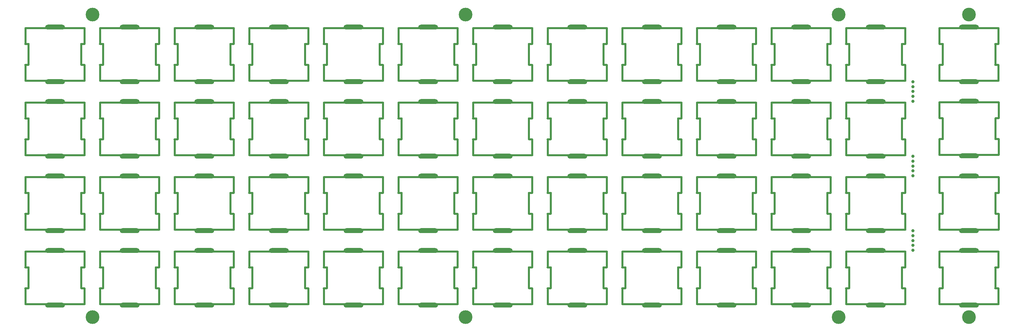
<source format=gbr>
G04 #@! TF.GenerationSoftware,KiCad,Pcbnew,(5.1.10-1-10_14)*
G04 #@! TF.CreationDate,2021-08-16T22:35:20-05:00*
G04 #@! TF.ProjectId,ori_top_plate,6f72695f-746f-4705-9f70-6c6174652e6b,rev?*
G04 #@! TF.SameCoordinates,Original*
G04 #@! TF.FileFunction,Soldermask,Top*
G04 #@! TF.FilePolarity,Negative*
%FSLAX46Y46*%
G04 Gerber Fmt 4.6, Leading zero omitted, Abs format (unit mm)*
G04 Created by KiCad (PCBNEW (5.1.10-1-10_14)) date 2021-08-16 22:35:20*
%MOMM*%
%LPD*%
G01*
G04 APERTURE LIST*
%ADD10O,1.333500X0.508000*%
%ADD11O,5.080000X1.270000*%
%ADD12O,0.508000X5.842000*%
%ADD13O,0.508000X4.572000*%
%ADD14O,15.595600X0.508000*%
%ADD15C,0.800000*%
%ADD16C,3.500000*%
G04 APERTURE END LIST*
D10*
X396479760Y-109823700D03*
X382192260Y-109823700D03*
X396479760Y-104489700D03*
X382192260Y-104489700D03*
D11*
X389336010Y-114141700D03*
X389336010Y-100171700D03*
D12*
X382605010Y-107156700D03*
X396067010Y-107156700D03*
D13*
X381779510Y-111855700D03*
X396892510Y-111855700D03*
X396892510Y-102457700D03*
X381779510Y-102457700D03*
D14*
X389336010Y-113887700D03*
X389336010Y-100425700D03*
D10*
X396504752Y-90773620D03*
X382217252Y-90773620D03*
X396504752Y-85439620D03*
X382217252Y-85439620D03*
D11*
X389361002Y-95091620D03*
X389361002Y-81121620D03*
D12*
X382630002Y-88106620D03*
X396092002Y-88106620D03*
D13*
X381804502Y-92805620D03*
X396917502Y-92805620D03*
X396917502Y-83407620D03*
X381804502Y-83407620D03*
D14*
X389361002Y-94837620D03*
X389361002Y-81375620D03*
D10*
X396505120Y-71710880D03*
X382217620Y-71710880D03*
X396505120Y-66376880D03*
X382217620Y-66376880D03*
D11*
X389361370Y-76028880D03*
X389361370Y-62058880D03*
D12*
X382630370Y-69043880D03*
X396092370Y-69043880D03*
D13*
X381804870Y-73742880D03*
X396917870Y-73742880D03*
X396917870Y-64344880D03*
X381804870Y-64344880D03*
D14*
X389361370Y-75774880D03*
X389361370Y-62312880D03*
D10*
X396479760Y-52673460D03*
X382192260Y-52673460D03*
X396479760Y-47339460D03*
X382192260Y-47339460D03*
D11*
X389336010Y-56991460D03*
X389336010Y-43021460D03*
D12*
X382605010Y-50006460D03*
X396067010Y-50006460D03*
D13*
X381779510Y-54705460D03*
X396892510Y-54705460D03*
X396892510Y-45307460D03*
X381779510Y-45307460D03*
D14*
X389336010Y-56737460D03*
X389336010Y-43275460D03*
D10*
X372667160Y-109823700D03*
X358379660Y-109823700D03*
X372667160Y-104489700D03*
X358379660Y-104489700D03*
D11*
X365523410Y-114141700D03*
X365523410Y-100171700D03*
D12*
X358792410Y-107156700D03*
X372254410Y-107156700D03*
D13*
X357966910Y-111855700D03*
X373079910Y-111855700D03*
X373079910Y-102457700D03*
X357966910Y-102457700D03*
D14*
X365523410Y-113887700D03*
X365523410Y-100425700D03*
D10*
X353617080Y-109827000D03*
X339329580Y-109827000D03*
X353617080Y-104493000D03*
X339329580Y-104493000D03*
D11*
X346473330Y-114145000D03*
X346473330Y-100175000D03*
D12*
X339742330Y-107160000D03*
X353204330Y-107160000D03*
D13*
X338916830Y-111859000D03*
X354029830Y-111859000D03*
X354029830Y-102461000D03*
X338916830Y-102461000D03*
D14*
X346473330Y-113891000D03*
X346473330Y-100429000D03*
D10*
X334567000Y-109823700D03*
X320279500Y-109823700D03*
X334567000Y-104489700D03*
X320279500Y-104489700D03*
D11*
X327423250Y-114141700D03*
X327423250Y-100171700D03*
D12*
X320692250Y-107156700D03*
X334154250Y-107156700D03*
D13*
X319866750Y-111855700D03*
X334979750Y-111855700D03*
X334979750Y-102457700D03*
X319866750Y-102457700D03*
D14*
X327423250Y-113887700D03*
X327423250Y-100425700D03*
D10*
X315516920Y-109823700D03*
X301229420Y-109823700D03*
X315516920Y-104489700D03*
X301229420Y-104489700D03*
D11*
X308373170Y-114141700D03*
X308373170Y-100171700D03*
D12*
X301642170Y-107156700D03*
X315104170Y-107156700D03*
D13*
X300816670Y-111855700D03*
X315929670Y-111855700D03*
X315929670Y-102457700D03*
X300816670Y-102457700D03*
D14*
X308373170Y-113887700D03*
X308373170Y-100425700D03*
D10*
X296466840Y-109823700D03*
X282179340Y-109823700D03*
X296466840Y-104489700D03*
X282179340Y-104489700D03*
D11*
X289323090Y-114141700D03*
X289323090Y-100171700D03*
D12*
X282592090Y-107156700D03*
X296054090Y-107156700D03*
D13*
X281766590Y-111855700D03*
X296879590Y-111855700D03*
X296879590Y-102457700D03*
X281766590Y-102457700D03*
D14*
X289323090Y-113887700D03*
X289323090Y-100425700D03*
D10*
X277416760Y-109823700D03*
X263129260Y-109823700D03*
X277416760Y-104489700D03*
X263129260Y-104489700D03*
D11*
X270273010Y-114141700D03*
X270273010Y-100171700D03*
D12*
X263542010Y-107156700D03*
X277004010Y-107156700D03*
D13*
X262716510Y-111855700D03*
X277829510Y-111855700D03*
X277829510Y-102457700D03*
X262716510Y-102457700D03*
D14*
X270273010Y-113887700D03*
X270273010Y-100425700D03*
D10*
X258366680Y-109823700D03*
X244079180Y-109823700D03*
X258366680Y-104489700D03*
X244079180Y-104489700D03*
D11*
X251222930Y-114141700D03*
X251222930Y-100171700D03*
D12*
X244491930Y-107156700D03*
X257953930Y-107156700D03*
D13*
X243666430Y-111855700D03*
X258779430Y-111855700D03*
X258779430Y-102457700D03*
X243666430Y-102457700D03*
D14*
X251222930Y-113887700D03*
X251222930Y-100425700D03*
D10*
X239316600Y-109823700D03*
X225029100Y-109823700D03*
X239316600Y-104489700D03*
X225029100Y-104489700D03*
D11*
X232172850Y-114141700D03*
X232172850Y-100171700D03*
D12*
X225441850Y-107156700D03*
X238903850Y-107156700D03*
D13*
X224616350Y-111855700D03*
X239729350Y-111855700D03*
X239729350Y-102457700D03*
X224616350Y-102457700D03*
D14*
X232172850Y-113887700D03*
X232172850Y-100425700D03*
D10*
X220266520Y-109823700D03*
X205979020Y-109823700D03*
X220266520Y-104489700D03*
X205979020Y-104489700D03*
D11*
X213122770Y-114141700D03*
X213122770Y-100171700D03*
D12*
X206391770Y-107156700D03*
X219853770Y-107156700D03*
D13*
X205566270Y-111855700D03*
X220679270Y-111855700D03*
X220679270Y-102457700D03*
X205566270Y-102457700D03*
D14*
X213122770Y-113887700D03*
X213122770Y-100425700D03*
D10*
X201216440Y-109823700D03*
X186928940Y-109823700D03*
X201216440Y-104489700D03*
X186928940Y-104489700D03*
D11*
X194072690Y-114141700D03*
X194072690Y-100171700D03*
D12*
X187341690Y-107156700D03*
X200803690Y-107156700D03*
D13*
X186516190Y-111855700D03*
X201629190Y-111855700D03*
X201629190Y-102457700D03*
X186516190Y-102457700D03*
D14*
X194072690Y-113887700D03*
X194072690Y-100425700D03*
D10*
X182166360Y-109823700D03*
X167878860Y-109823700D03*
X182166360Y-104489700D03*
X167878860Y-104489700D03*
D11*
X175022610Y-114141700D03*
X175022610Y-100171700D03*
D12*
X168291610Y-107156700D03*
X181753610Y-107156700D03*
D13*
X167466110Y-111855700D03*
X182579110Y-111855700D03*
X182579110Y-102457700D03*
X167466110Y-102457700D03*
D14*
X175022610Y-113887700D03*
X175022610Y-100425700D03*
D10*
X163116280Y-109823700D03*
X148828780Y-109823700D03*
X163116280Y-104489700D03*
X148828780Y-104489700D03*
D11*
X155972530Y-114141700D03*
X155972530Y-100171700D03*
D12*
X149241530Y-107156700D03*
X162703530Y-107156700D03*
D13*
X148416030Y-111855700D03*
X163529030Y-111855700D03*
X163529030Y-102457700D03*
X148416030Y-102457700D03*
D14*
X155972530Y-113887700D03*
X155972530Y-100425700D03*
D10*
X372667160Y-90773620D03*
X358379660Y-90773620D03*
X372667160Y-85439620D03*
X358379660Y-85439620D03*
D11*
X365523410Y-95091620D03*
X365523410Y-81121620D03*
D12*
X358792410Y-88106620D03*
X372254410Y-88106620D03*
D13*
X357966910Y-92805620D03*
X373079910Y-92805620D03*
X373079910Y-83407620D03*
X357966910Y-83407620D03*
D14*
X365523410Y-94837620D03*
X365523410Y-81375620D03*
D10*
X353617080Y-90773620D03*
X339329580Y-90773620D03*
X353617080Y-85439620D03*
X339329580Y-85439620D03*
D11*
X346473330Y-95091620D03*
X346473330Y-81121620D03*
D12*
X339742330Y-88106620D03*
X353204330Y-88106620D03*
D13*
X338916830Y-92805620D03*
X354029830Y-92805620D03*
X354029830Y-83407620D03*
X338916830Y-83407620D03*
D14*
X346473330Y-94837620D03*
X346473330Y-81375620D03*
D10*
X334567000Y-90773620D03*
X320279500Y-90773620D03*
X334567000Y-85439620D03*
X320279500Y-85439620D03*
D11*
X327423250Y-95091620D03*
X327423250Y-81121620D03*
D12*
X320692250Y-88106620D03*
X334154250Y-88106620D03*
D13*
X319866750Y-92805620D03*
X334979750Y-92805620D03*
X334979750Y-83407620D03*
X319866750Y-83407620D03*
D14*
X327423250Y-94837620D03*
X327423250Y-81375620D03*
D10*
X315516920Y-90773620D03*
X301229420Y-90773620D03*
X315516920Y-85439620D03*
X301229420Y-85439620D03*
D11*
X308373170Y-95091620D03*
X308373170Y-81121620D03*
D12*
X301642170Y-88106620D03*
X315104170Y-88106620D03*
D13*
X300816670Y-92805620D03*
X315929670Y-92805620D03*
X315929670Y-83407620D03*
X300816670Y-83407620D03*
D14*
X308373170Y-94837620D03*
X308373170Y-81375620D03*
D10*
X296466840Y-90773620D03*
X282179340Y-90773620D03*
X296466840Y-85439620D03*
X282179340Y-85439620D03*
D11*
X289323090Y-95091620D03*
X289323090Y-81121620D03*
D12*
X282592090Y-88106620D03*
X296054090Y-88106620D03*
D13*
X281766590Y-92805620D03*
X296879590Y-92805620D03*
X296879590Y-83407620D03*
X281766590Y-83407620D03*
D14*
X289323090Y-94837620D03*
X289323090Y-81375620D03*
D10*
X277416760Y-90773620D03*
X263129260Y-90773620D03*
X277416760Y-85439620D03*
X263129260Y-85439620D03*
D11*
X270273010Y-95091620D03*
X270273010Y-81121620D03*
D12*
X263542010Y-88106620D03*
X277004010Y-88106620D03*
D13*
X262716510Y-92805620D03*
X277829510Y-92805620D03*
X277829510Y-83407620D03*
X262716510Y-83407620D03*
D14*
X270273010Y-94837620D03*
X270273010Y-81375620D03*
D10*
X258366680Y-90773620D03*
X244079180Y-90773620D03*
X258366680Y-85439620D03*
X244079180Y-85439620D03*
D11*
X251222930Y-95091620D03*
X251222930Y-81121620D03*
D12*
X244491930Y-88106620D03*
X257953930Y-88106620D03*
D13*
X243666430Y-92805620D03*
X258779430Y-92805620D03*
X258779430Y-83407620D03*
X243666430Y-83407620D03*
D14*
X251222930Y-94837620D03*
X251222930Y-81375620D03*
D10*
X239316600Y-90773620D03*
X225029100Y-90773620D03*
X239316600Y-85439620D03*
X225029100Y-85439620D03*
D11*
X232172850Y-95091620D03*
X232172850Y-81121620D03*
D12*
X225441850Y-88106620D03*
X238903850Y-88106620D03*
D13*
X224616350Y-92805620D03*
X239729350Y-92805620D03*
X239729350Y-83407620D03*
X224616350Y-83407620D03*
D14*
X232172850Y-94837620D03*
X232172850Y-81375620D03*
D10*
X220266520Y-90773620D03*
X205979020Y-90773620D03*
X220266520Y-85439620D03*
X205979020Y-85439620D03*
D11*
X213122770Y-95091620D03*
X213122770Y-81121620D03*
D12*
X206391770Y-88106620D03*
X219853770Y-88106620D03*
D13*
X205566270Y-92805620D03*
X220679270Y-92805620D03*
X220679270Y-83407620D03*
X205566270Y-83407620D03*
D14*
X213122770Y-94837620D03*
X213122770Y-81375620D03*
D10*
X201216440Y-90773620D03*
X186928940Y-90773620D03*
X201216440Y-85439620D03*
X186928940Y-85439620D03*
D11*
X194072690Y-95091620D03*
X194072690Y-81121620D03*
D12*
X187341690Y-88106620D03*
X200803690Y-88106620D03*
D13*
X186516190Y-92805620D03*
X201629190Y-92805620D03*
X201629190Y-83407620D03*
X186516190Y-83407620D03*
D14*
X194072690Y-94837620D03*
X194072690Y-81375620D03*
D10*
X182166360Y-90773620D03*
X167878860Y-90773620D03*
X182166360Y-85439620D03*
X167878860Y-85439620D03*
D11*
X175022610Y-95091620D03*
X175022610Y-81121620D03*
D12*
X168291610Y-88106620D03*
X181753610Y-88106620D03*
D13*
X167466110Y-92805620D03*
X182579110Y-92805620D03*
X182579110Y-83407620D03*
X167466110Y-83407620D03*
D14*
X175022610Y-94837620D03*
X175022610Y-81375620D03*
D10*
X163116280Y-90773620D03*
X148828780Y-90773620D03*
X163116280Y-85439620D03*
X148828780Y-85439620D03*
D11*
X155972530Y-95091620D03*
X155972530Y-81121620D03*
D12*
X149241530Y-88106620D03*
X162703530Y-88106620D03*
D13*
X148416030Y-92805620D03*
X163529030Y-92805620D03*
X163529030Y-83407620D03*
X148416030Y-83407620D03*
D14*
X155972530Y-94837620D03*
X155972530Y-81375620D03*
D10*
X372667160Y-71723540D03*
X358379660Y-71723540D03*
X372667160Y-66389540D03*
X358379660Y-66389540D03*
D11*
X365523410Y-76041540D03*
X365523410Y-62071540D03*
D12*
X358792410Y-69056540D03*
X372254410Y-69056540D03*
D13*
X357966910Y-73755540D03*
X373079910Y-73755540D03*
X373079910Y-64357540D03*
X357966910Y-64357540D03*
D14*
X365523410Y-75787540D03*
X365523410Y-62325540D03*
D10*
X353617080Y-71723540D03*
X339329580Y-71723540D03*
X353617080Y-66389540D03*
X339329580Y-66389540D03*
D11*
X346473330Y-76041540D03*
X346473330Y-62071540D03*
D12*
X339742330Y-69056540D03*
X353204330Y-69056540D03*
D13*
X338916830Y-73755540D03*
X354029830Y-73755540D03*
X354029830Y-64357540D03*
X338916830Y-64357540D03*
D14*
X346473330Y-75787540D03*
X346473330Y-62325540D03*
D10*
X334567000Y-71723540D03*
X320279500Y-71723540D03*
X334567000Y-66389540D03*
X320279500Y-66389540D03*
D11*
X327423250Y-76041540D03*
X327423250Y-62071540D03*
D12*
X320692250Y-69056540D03*
X334154250Y-69056540D03*
D13*
X319866750Y-73755540D03*
X334979750Y-73755540D03*
X334979750Y-64357540D03*
X319866750Y-64357540D03*
D14*
X327423250Y-75787540D03*
X327423250Y-62325540D03*
D10*
X315516920Y-71723540D03*
X301229420Y-71723540D03*
X315516920Y-66389540D03*
X301229420Y-66389540D03*
D11*
X308373170Y-76041540D03*
X308373170Y-62071540D03*
D12*
X301642170Y-69056540D03*
X315104170Y-69056540D03*
D13*
X300816670Y-73755540D03*
X315929670Y-73755540D03*
X315929670Y-64357540D03*
X300816670Y-64357540D03*
D14*
X308373170Y-75787540D03*
X308373170Y-62325540D03*
D10*
X296466840Y-71723540D03*
X282179340Y-71723540D03*
X296466840Y-66389540D03*
X282179340Y-66389540D03*
D11*
X289323090Y-76041540D03*
X289323090Y-62071540D03*
D12*
X282592090Y-69056540D03*
X296054090Y-69056540D03*
D13*
X281766590Y-73755540D03*
X296879590Y-73755540D03*
X296879590Y-64357540D03*
X281766590Y-64357540D03*
D14*
X289323090Y-75787540D03*
X289323090Y-62325540D03*
D10*
X277416760Y-71723540D03*
X263129260Y-71723540D03*
X277416760Y-66389540D03*
X263129260Y-66389540D03*
D11*
X270273010Y-76041540D03*
X270273010Y-62071540D03*
D12*
X263542010Y-69056540D03*
X277004010Y-69056540D03*
D13*
X262716510Y-73755540D03*
X277829510Y-73755540D03*
X277829510Y-64357540D03*
X262716510Y-64357540D03*
D14*
X270273010Y-75787540D03*
X270273010Y-62325540D03*
D10*
X258366680Y-71723540D03*
X244079180Y-71723540D03*
X258366680Y-66389540D03*
X244079180Y-66389540D03*
D11*
X251222930Y-76041540D03*
X251222930Y-62071540D03*
D12*
X244491930Y-69056540D03*
X257953930Y-69056540D03*
D13*
X243666430Y-73755540D03*
X258779430Y-73755540D03*
X258779430Y-64357540D03*
X243666430Y-64357540D03*
D14*
X251222930Y-75787540D03*
X251222930Y-62325540D03*
D10*
X239316600Y-71723540D03*
X225029100Y-71723540D03*
X239316600Y-66389540D03*
X225029100Y-66389540D03*
D11*
X232172850Y-76041540D03*
X232172850Y-62071540D03*
D12*
X225441850Y-69056540D03*
X238903850Y-69056540D03*
D13*
X224616350Y-73755540D03*
X239729350Y-73755540D03*
X239729350Y-64357540D03*
X224616350Y-64357540D03*
D14*
X232172850Y-75787540D03*
X232172850Y-62325540D03*
D10*
X220266520Y-71723540D03*
X205979020Y-71723540D03*
X220266520Y-66389540D03*
X205979020Y-66389540D03*
D11*
X213122770Y-76041540D03*
X213122770Y-62071540D03*
D12*
X206391770Y-69056540D03*
X219853770Y-69056540D03*
D13*
X205566270Y-73755540D03*
X220679270Y-73755540D03*
X220679270Y-64357540D03*
X205566270Y-64357540D03*
D14*
X213122770Y-75787540D03*
X213122770Y-62325540D03*
D10*
X201216440Y-71723540D03*
X186928940Y-71723540D03*
X201216440Y-66389540D03*
X186928940Y-66389540D03*
D11*
X194072690Y-76041540D03*
X194072690Y-62071540D03*
D12*
X187341690Y-69056540D03*
X200803690Y-69056540D03*
D13*
X186516190Y-73755540D03*
X201629190Y-73755540D03*
X201629190Y-64357540D03*
X186516190Y-64357540D03*
D14*
X194072690Y-75787540D03*
X194072690Y-62325540D03*
D10*
X182166360Y-71723540D03*
X167878860Y-71723540D03*
X182166360Y-66389540D03*
X167878860Y-66389540D03*
D11*
X175022610Y-76041540D03*
X175022610Y-62071540D03*
D12*
X168291610Y-69056540D03*
X181753610Y-69056540D03*
D13*
X167466110Y-73755540D03*
X182579110Y-73755540D03*
X182579110Y-64357540D03*
X167466110Y-64357540D03*
D14*
X175022610Y-75787540D03*
X175022610Y-62325540D03*
D10*
X163116280Y-71723540D03*
X148828780Y-71723540D03*
X163116280Y-66389540D03*
X148828780Y-66389540D03*
D11*
X155972530Y-76041540D03*
X155972530Y-62071540D03*
D12*
X149241530Y-69056540D03*
X162703530Y-69056540D03*
D13*
X148416030Y-73755540D03*
X163529030Y-73755540D03*
X163529030Y-64357540D03*
X148416030Y-64357540D03*
D14*
X155972530Y-75787540D03*
X155972530Y-62325540D03*
D10*
X372667160Y-52673460D03*
X358379660Y-52673460D03*
X372667160Y-47339460D03*
X358379660Y-47339460D03*
D11*
X365523410Y-56991460D03*
X365523410Y-43021460D03*
D12*
X358792410Y-50006460D03*
X372254410Y-50006460D03*
D13*
X357966910Y-54705460D03*
X373079910Y-54705460D03*
X373079910Y-45307460D03*
X357966910Y-45307460D03*
D14*
X365523410Y-56737460D03*
X365523410Y-43275460D03*
D10*
X353617080Y-52673460D03*
X339329580Y-52673460D03*
X353617080Y-47339460D03*
X339329580Y-47339460D03*
D11*
X346473330Y-56991460D03*
X346473330Y-43021460D03*
D12*
X339742330Y-50006460D03*
X353204330Y-50006460D03*
D13*
X338916830Y-54705460D03*
X354029830Y-54705460D03*
X354029830Y-45307460D03*
X338916830Y-45307460D03*
D14*
X346473330Y-56737460D03*
X346473330Y-43275460D03*
D10*
X334567000Y-52673460D03*
X320279500Y-52673460D03*
X334567000Y-47339460D03*
X320279500Y-47339460D03*
D11*
X327423250Y-56991460D03*
X327423250Y-43021460D03*
D12*
X320692250Y-50006460D03*
X334154250Y-50006460D03*
D13*
X319866750Y-54705460D03*
X334979750Y-54705460D03*
X334979750Y-45307460D03*
X319866750Y-45307460D03*
D14*
X327423250Y-56737460D03*
X327423250Y-43275460D03*
D10*
X315516920Y-52673460D03*
X301229420Y-52673460D03*
X315516920Y-47339460D03*
X301229420Y-47339460D03*
D11*
X308373170Y-56991460D03*
X308373170Y-43021460D03*
D12*
X301642170Y-50006460D03*
X315104170Y-50006460D03*
D13*
X300816670Y-54705460D03*
X315929670Y-54705460D03*
X315929670Y-45307460D03*
X300816670Y-45307460D03*
D14*
X308373170Y-56737460D03*
X308373170Y-43275460D03*
D10*
X296466840Y-52673460D03*
X282179340Y-52673460D03*
X296466840Y-47339460D03*
X282179340Y-47339460D03*
D11*
X289323090Y-56991460D03*
X289323090Y-43021460D03*
D12*
X282592090Y-50006460D03*
X296054090Y-50006460D03*
D13*
X281766590Y-54705460D03*
X296879590Y-54705460D03*
X296879590Y-45307460D03*
X281766590Y-45307460D03*
D14*
X289323090Y-56737460D03*
X289323090Y-43275460D03*
D10*
X277416760Y-52673460D03*
X263129260Y-52673460D03*
X277416760Y-47339460D03*
X263129260Y-47339460D03*
D11*
X270273010Y-56991460D03*
X270273010Y-43021460D03*
D12*
X263542010Y-50006460D03*
X277004010Y-50006460D03*
D13*
X262716510Y-54705460D03*
X277829510Y-54705460D03*
X277829510Y-45307460D03*
X262716510Y-45307460D03*
D14*
X270273010Y-56737460D03*
X270273010Y-43275460D03*
D10*
X258366680Y-52673460D03*
X244079180Y-52673460D03*
X258366680Y-47339460D03*
X244079180Y-47339460D03*
D11*
X251222930Y-56991460D03*
X251222930Y-43021460D03*
D12*
X244491930Y-50006460D03*
X257953930Y-50006460D03*
D13*
X243666430Y-54705460D03*
X258779430Y-54705460D03*
X258779430Y-45307460D03*
X243666430Y-45307460D03*
D14*
X251222930Y-56737460D03*
X251222930Y-43275460D03*
D10*
X239316600Y-52673460D03*
X225029100Y-52673460D03*
X239316600Y-47339460D03*
X225029100Y-47339460D03*
D11*
X232172850Y-56991460D03*
X232172850Y-43021460D03*
D12*
X225441850Y-50006460D03*
X238903850Y-50006460D03*
D13*
X224616350Y-54705460D03*
X239729350Y-54705460D03*
X239729350Y-45307460D03*
X224616350Y-45307460D03*
D14*
X232172850Y-56737460D03*
X232172850Y-43275460D03*
D10*
X220266520Y-52673460D03*
X205979020Y-52673460D03*
X220266520Y-47339460D03*
X205979020Y-47339460D03*
D11*
X213122770Y-56991460D03*
X213122770Y-43021460D03*
D12*
X206391770Y-50006460D03*
X219853770Y-50006460D03*
D13*
X205566270Y-54705460D03*
X220679270Y-54705460D03*
X220679270Y-45307460D03*
X205566270Y-45307460D03*
D14*
X213122770Y-56737460D03*
X213122770Y-43275460D03*
D10*
X201216440Y-52673460D03*
X186928940Y-52673460D03*
X201216440Y-47339460D03*
X186928940Y-47339460D03*
D11*
X194072690Y-56991460D03*
X194072690Y-43021460D03*
D12*
X187341690Y-50006460D03*
X200803690Y-50006460D03*
D13*
X186516190Y-54705460D03*
X201629190Y-54705460D03*
X201629190Y-45307460D03*
X186516190Y-45307460D03*
D14*
X194072690Y-56737460D03*
X194072690Y-43275460D03*
D10*
X182166360Y-52673460D03*
X167878860Y-52673460D03*
X182166360Y-47339460D03*
X167878860Y-47339460D03*
D11*
X175022610Y-56991460D03*
X175022610Y-43021460D03*
D12*
X168291610Y-50006460D03*
X181753610Y-50006460D03*
D13*
X167466110Y-54705460D03*
X182579110Y-54705460D03*
X182579110Y-45307460D03*
X167466110Y-45307460D03*
D14*
X175022610Y-56737460D03*
X175022610Y-43275460D03*
D10*
X163116280Y-52673460D03*
X148828780Y-52673460D03*
X163116280Y-47339460D03*
X148828780Y-47339460D03*
D11*
X155972530Y-56991460D03*
X155972530Y-43021460D03*
D12*
X149241530Y-50006460D03*
X162703530Y-50006460D03*
D13*
X148416030Y-54705460D03*
X163529030Y-54705460D03*
X163529030Y-45307460D03*
X148416030Y-45307460D03*
D14*
X155972530Y-56737460D03*
X155972530Y-43275460D03*
D15*
X375048450Y-97631692D03*
X375048450Y-96381692D03*
X375048450Y-95131692D03*
X375048450Y-98881692D03*
X375048450Y-100131692D03*
X375048450Y-78581580D03*
X375048450Y-77331580D03*
X375048450Y-76081580D03*
X375048450Y-79831580D03*
X375048450Y-81081580D03*
X375048450Y-59518808D03*
X375048450Y-58268808D03*
X375048450Y-57018808D03*
X375048450Y-60768808D03*
X375048450Y-62018808D03*
D16*
X165523314Y-39873575D03*
X165523314Y-117264265D03*
X260773394Y-39873575D03*
X260773394Y-117264265D03*
X356023474Y-39873575D03*
X356023474Y-117264265D03*
X389361002Y-39873575D03*
X389361002Y-117264265D03*
M02*

</source>
